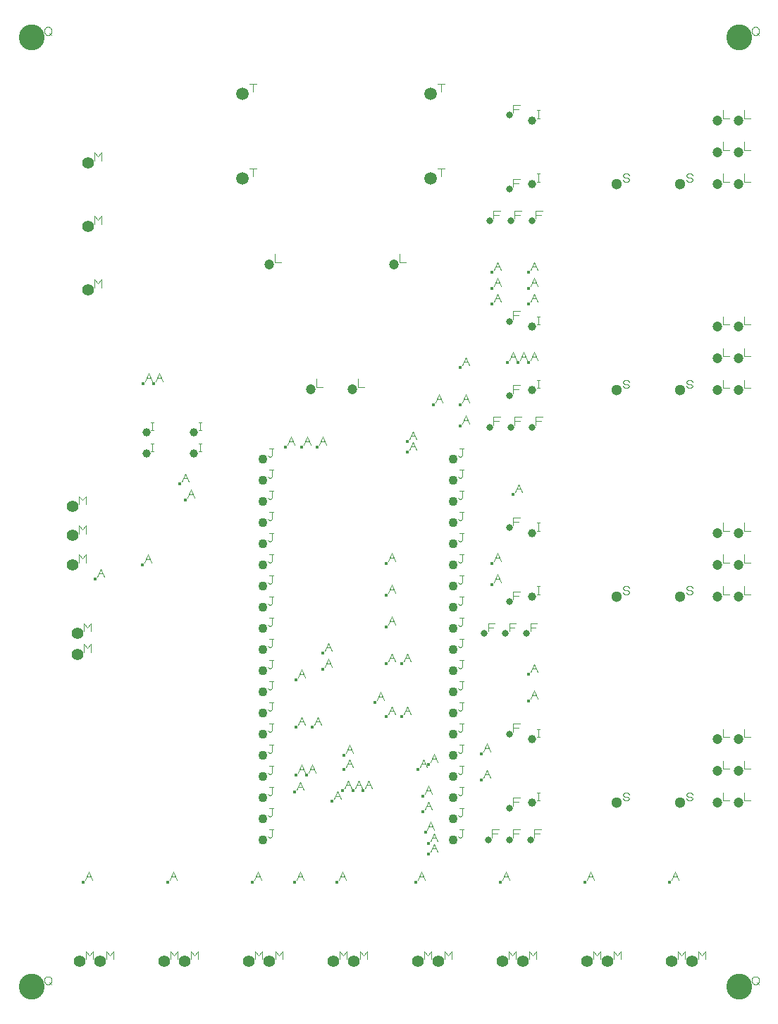
<source format=gbr>
G04 GENERATED BY PULSONIX 12.5 GERBER.DLL 9449*
G04 #@! TF.GenerationSoftware,Pulsonix,Pulsonix,12.5.9449*
G04 #@! TF.CreationDate,2025-07-29T07:21:01--1:00*
G04 #@! TF.Part,Single*
%FSLAX35Y35*%
%LPD*%
%MOMM*%
G04 #@! TF.FileFunction,Drillmap*
G04 #@! TF.FilePolarity,Positive*
G04 #@! TA.AperFunction,ComponentPad*
%ADD96C,1.20000*%
G04 #@! TA.AperFunction,ViaPad*
%ADD113C,0.40000*%
G04 #@! TD.AperFunction*
%ADD114C,0.10000*%
G04 #@! TA.AperFunction,WasherPad*
%ADD115C,3.10000*%
G04 #@! TA.AperFunction,ComponentPad*
%ADD116C,1.40000*%
%ADD117C,1.00000*%
%ADD118C,1.30000*%
%ADD119C,0.81280*%
%ADD120C,1.10000*%
%ADD121C,1.50000*%
G04 #@! TD.AperFunction*
X0Y0D02*
D02*
D96*
X6619500Y12187500D03*
X7119500Y10687500D03*
X7619500D03*
X8119500Y12187500D03*
X12005000Y5722500D03*
Y6103500D03*
Y6484500D03*
Y8199000D03*
Y8580000D03*
Y8961000D03*
Y10675500D03*
Y11056500D03*
Y11437500D03*
Y13152000D03*
Y13533000D03*
Y13914000D03*
X12259000Y5722500D03*
Y6103500D03*
Y6484500D03*
Y8199000D03*
Y8580000D03*
Y8961000D03*
Y10675500D03*
Y11056500D03*
Y11437500D03*
Y13152000D03*
Y13533000D03*
Y13914000D03*
D02*
D113*
X4385000Y4770000D03*
X4533500Y8407000D03*
X5099375Y8580000D03*
X5105000Y10756500D03*
X5232000D03*
X5401000Y4770000D03*
X5549500Y9550000D03*
X5613000Y9359500D03*
X6417000Y4770000D03*
X6819500Y9994500D03*
X6925000Y4770000D03*
Y5849500D03*
X6946500Y6057500D03*
Y6629000D03*
Y7200500D03*
X7010000Y9994500D03*
X7073500Y6057500D03*
X7137000Y6629000D03*
X7200500Y9994500D03*
X7264000Y7327500D03*
Y7518000D03*
X7373500Y5738375D03*
X7433000Y4770000D03*
X7500500Y5867000D03*
X7518000Y6121000D03*
Y6294000D03*
X7627500Y5867000D03*
X7746500D03*
X7893375Y6929000D03*
X8026000Y6756000D03*
Y7391000D03*
Y7835500D03*
Y8216500D03*
Y8597500D03*
X8216500Y6756000D03*
Y7391000D03*
X8280000Y9931000D03*
Y10058000D03*
X8385500Y4770000D03*
X8407000Y6121000D03*
X8470500Y5613000D03*
Y5803500D03*
X8496625Y5373250D03*
X8534000Y5105000D03*
Y5232000D03*
Y6184500D03*
X8597500Y10502500D03*
X8915000Y10248500D03*
Y10502500D03*
Y10947000D03*
X9169000Y5994000D03*
Y6311500D03*
X9296000Y8343500D03*
Y8597500D03*
Y11709000D03*
Y11899500D03*
Y12090000D03*
X9401500Y4770000D03*
X9486500Y11010500D03*
X9550000Y9423000D03*
X9613500Y11010500D03*
X9740500Y6946500D03*
Y7264000D03*
Y11010500D03*
Y11709000D03*
Y11899500D03*
Y12090000D03*
X10417500Y4770000D03*
X11433500D03*
D02*
D114*
X3924250Y3571897D02*
X3924250Y3604838D01*
X3932485Y3621309D01*
X3940721Y3629544D01*
X3957191Y3637779D01*
X3973662D01*
X3990132Y3629544D01*
X3998368Y3621309D01*
X4006603Y3604838D01*
Y3571897D01*
X3998368Y3555426D01*
X3990132Y3547191D01*
X3973662Y3538956D01*
X3957191D01*
X3940721Y3547191D01*
X3932485Y3555426D01*
X3924250Y3571897D01*
X3981897Y3563662D02*
X4006603Y3538956D01*
X3924250Y14971897D02*
X3924250Y15004838D01*
X3932485Y15021309D01*
X3940721Y15029544D01*
X3957191Y15037779D01*
X3973662D01*
X3990132Y15029544D01*
X3998368Y15021309D01*
X4006603Y15004838D01*
Y14971897D01*
X3998368Y14955426D01*
X3990132Y14947191D01*
X3973662Y14938956D01*
X3957191D01*
X3940721Y14947191D01*
X3932485Y14955426D01*
X3924250Y14971897D01*
X3981897Y14963662D02*
X4006603Y14938956D01*
X4333000Y8604706D02*
X4333000Y8703529D01*
X4374176Y8654118D01*
X4415353Y8703529D01*
Y8604706D01*
X4333000Y8954706D02*
X4333000Y9053529D01*
X4374176Y9004118D01*
X4415353Y9053529D01*
Y8954706D01*
X4333000Y9304706D02*
X4333000Y9403529D01*
X4374176Y9354118D01*
X4415353Y9403529D01*
Y9304706D01*
X4396500Y7529206D02*
X4396500Y7628029D01*
X4437676Y7578618D01*
X4478853Y7628029D01*
Y7529206D01*
X4396500Y7779206D02*
X4396500Y7878029D01*
X4437676Y7828618D01*
X4478853Y7878029D01*
Y7779206D01*
X4410000Y4794706D02*
X4451176Y4893529D01*
X4492353Y4794706D01*
X4426471Y4835882D02*
X4475882Y4835882D01*
X4418000Y3842206D02*
X4418000Y3941029D01*
X4459176Y3891618D01*
X4500353Y3941029D01*
Y3842206D01*
X4523500Y11906706D02*
X4523500Y12005529D01*
X4564676Y11956118D01*
X4605853Y12005529D01*
Y11906706D01*
X4523500Y12668706D02*
X4523500Y12767529D01*
X4564676Y12718118D01*
X4605853Y12767529D01*
Y12668706D01*
X4523500Y13430706D02*
X4523500Y13529529D01*
X4564676Y13480118D01*
X4605853Y13529529D01*
Y13430706D01*
X4558500Y8431706D02*
X4599676Y8530529D01*
X4640853Y8431706D01*
X4574971Y8472882D02*
X4624382Y8472882D01*
X4668000Y3842206D02*
X4668000Y3941029D01*
X4709176Y3891618D01*
X4750353Y3941029D01*
Y3842206D01*
X5124375Y8604706D02*
X5165551Y8703529D01*
X5206728Y8604706D01*
X5140846Y8645882D02*
X5190257Y8645882D01*
X5130000Y10781206D02*
X5171176Y10880029D01*
X5212353Y10781206D01*
X5146471Y10822382D02*
X5195882Y10822382D01*
X5202000Y9938206D02*
X5234941Y9938206D01*
X5218471D02*
X5218471Y10037029D01*
X5202000D02*
X5234941Y10037029D01*
X5202000Y10192206D02*
X5234941Y10192206D01*
X5218471D02*
X5218471Y10291029D01*
X5202000D02*
X5234941Y10291029D01*
X5257000Y10781206D02*
X5298176Y10880029D01*
X5339353Y10781206D01*
X5273471Y10822382D02*
X5322882Y10822382D01*
X5426000Y4794706D02*
X5467176Y4893529D01*
X5508353Y4794706D01*
X5442471Y4835882D02*
X5491882Y4835882D01*
X5434000Y3842206D02*
X5434000Y3941029D01*
X5475176Y3891618D01*
X5516353Y3941029D01*
Y3842206D01*
X5574500Y9574706D02*
X5615676Y9673529D01*
X5656853Y9574706D01*
X5590971Y9615882D02*
X5640382Y9615882D01*
X5638000Y9384206D02*
X5679176Y9483029D01*
X5720353Y9384206D01*
X5654471Y9425382D02*
X5703882Y9425382D01*
X5684000Y3842206D02*
X5684000Y3941029D01*
X5725176Y3891618D01*
X5766353Y3941029D01*
Y3842206D01*
X5773500Y9938206D02*
X5806441Y9938206D01*
X5789971D02*
X5789971Y10037029D01*
X5773500D02*
X5806441Y10037029D01*
X5773500Y10192206D02*
X5806441Y10192206D01*
X5789971D02*
X5789971Y10291029D01*
X5773500D02*
X5806441Y10291029D01*
X6424176Y13240206D02*
X6424176Y13339029D01*
X6383000D02*
X6465353Y13339029D01*
X6424176Y14256206D02*
X6424176Y14355029D01*
X6383000D02*
X6465353Y14355029D01*
X6442000Y4794706D02*
X6483176Y4893529D01*
X6524353Y4794706D01*
X6458471Y4835882D02*
X6507882Y4835882D01*
X6450000Y3842206D02*
X6450000Y3941029D01*
X6491176Y3891618D01*
X6532353Y3941029D01*
Y3842206D01*
X6604000Y5319176D02*
X6612235Y5310941D01*
X6628706Y5302706D01*
X6645176Y5310941D01*
X6653412Y5319176D01*
Y5401529D01*
X6669882D01*
X6653412D02*
X6620471Y5401529D01*
X6604000Y5573176D02*
X6612235Y5564941D01*
X6628706Y5556706D01*
X6645176Y5564941D01*
X6653412Y5573176D01*
Y5655529D01*
X6669882D01*
X6653412D02*
X6620471Y5655529D01*
X6604000Y5827176D02*
X6612235Y5818941D01*
X6628706Y5810706D01*
X6645176Y5818941D01*
X6653412Y5827176D01*
Y5909529D01*
X6669882D01*
X6653412D02*
X6620471Y5909529D01*
X6604000Y6081176D02*
X6612235Y6072941D01*
X6628706Y6064706D01*
X6645176Y6072941D01*
X6653412Y6081176D01*
Y6163529D01*
X6669882D01*
X6653412D02*
X6620471Y6163529D01*
X6604000Y6335176D02*
X6612235Y6326941D01*
X6628706Y6318706D01*
X6645176Y6326941D01*
X6653412Y6335176D01*
Y6417529D01*
X6669882D01*
X6653412D02*
X6620471Y6417529D01*
X6604000Y6589176D02*
X6612235Y6580941D01*
X6628706Y6572706D01*
X6645176Y6580941D01*
X6653412Y6589176D01*
Y6671529D01*
X6669882D01*
X6653412D02*
X6620471Y6671529D01*
X6604000Y6843176D02*
X6612235Y6834941D01*
X6628706Y6826706D01*
X6645176Y6834941D01*
X6653412Y6843176D01*
Y6925529D01*
X6669882D01*
X6653412D02*
X6620471Y6925529D01*
X6604000Y7097176D02*
X6612235Y7088941D01*
X6628706Y7080706D01*
X6645176Y7088941D01*
X6653412Y7097176D01*
Y7179529D01*
X6669882D01*
X6653412D02*
X6620471Y7179529D01*
X6604000Y7351176D02*
X6612235Y7342941D01*
X6628706Y7334706D01*
X6645176Y7342941D01*
X6653412Y7351176D01*
Y7433529D01*
X6669882D01*
X6653412D02*
X6620471Y7433529D01*
X6604000Y7605176D02*
X6612235Y7596941D01*
X6628706Y7588706D01*
X6645176Y7596941D01*
X6653412Y7605176D01*
Y7687529D01*
X6669882D01*
X6653412D02*
X6620471Y7687529D01*
X6604000Y7859176D02*
X6612235Y7850941D01*
X6628706Y7842706D01*
X6645176Y7850941D01*
X6653412Y7859176D01*
Y7941529D01*
X6669882D01*
X6653412D02*
X6620471Y7941529D01*
X6604000Y8113176D02*
X6612235Y8104941D01*
X6628706Y8096706D01*
X6645176Y8104941D01*
X6653412Y8113176D01*
Y8195529D01*
X6669882D01*
X6653412D02*
X6620471Y8195529D01*
X6604000Y8367176D02*
X6612235Y8358941D01*
X6628706Y8350706D01*
X6645176Y8358941D01*
X6653412Y8367176D01*
Y8449529D01*
X6669882D01*
X6653412D02*
X6620471Y8449529D01*
X6604000Y8621176D02*
X6612235Y8612941D01*
X6628706Y8604706D01*
X6645176Y8612941D01*
X6653412Y8621176D01*
Y8703529D01*
X6669882D01*
X6653412D02*
X6620471Y8703529D01*
X6604000Y8875176D02*
X6612235Y8866941D01*
X6628706Y8858706D01*
X6645176Y8866941D01*
X6653412Y8875176D01*
Y8957529D01*
X6669882D01*
X6653412D02*
X6620471Y8957529D01*
X6604000Y9129176D02*
X6612235Y9120941D01*
X6628706Y9112706D01*
X6645176Y9120941D01*
X6653412Y9129176D01*
Y9211529D01*
X6669882D01*
X6653412D02*
X6620471Y9211529D01*
X6604000Y9383176D02*
X6612235Y9374941D01*
X6628706Y9366706D01*
X6645176Y9374941D01*
X6653412Y9383176D01*
Y9465529D01*
X6669882D01*
X6653412D02*
X6620471Y9465529D01*
X6604000Y9637176D02*
X6612235Y9628941D01*
X6628706Y9620706D01*
X6645176Y9628941D01*
X6653412Y9637176D01*
Y9719529D01*
X6669882D01*
X6653412D02*
X6620471Y9719529D01*
X6604000Y9891176D02*
X6612235Y9882941D01*
X6628706Y9874706D01*
X6645176Y9882941D01*
X6653412Y9891176D01*
Y9973529D01*
X6669882D01*
X6653412D02*
X6620471Y9973529D01*
X6684500Y12311029D02*
X6684500Y12212206D01*
X6766853D01*
X6700000Y3842206D02*
X6700000Y3941029D01*
X6741176Y3891618D01*
X6782353Y3941029D01*
Y3842206D01*
X6844500Y10019206D02*
X6885676Y10118029D01*
X6926853Y10019206D01*
X6860971Y10060382D02*
X6910382Y10060382D01*
X6950000Y4794706D02*
X6991176Y4893529D01*
X7032353Y4794706D01*
X6966471Y4835882D02*
X7015882Y4835882D01*
X6950000Y5874206D02*
X6991176Y5973029D01*
X7032353Y5874206D01*
X6966471Y5915382D02*
X7015882Y5915382D01*
X6971500Y6082206D02*
X7012676Y6181029D01*
X7053853Y6082206D01*
X6987971Y6123382D02*
X7037382Y6123382D01*
X6971500Y6653706D02*
X7012676Y6752529D01*
X7053853Y6653706D01*
X6987971Y6694882D02*
X7037382Y6694882D01*
X6971500Y7225206D02*
X7012676Y7324029D01*
X7053853Y7225206D01*
X6987971Y7266382D02*
X7037382Y7266382D01*
X7035000Y10019206D02*
X7076176Y10118029D01*
X7117353Y10019206D01*
X7051471Y10060382D02*
X7100882Y10060382D01*
X7098500Y6082206D02*
X7139676Y6181029D01*
X7180853Y6082206D01*
X7114971Y6123382D02*
X7164382Y6123382D01*
X7162000Y6653706D02*
X7203176Y6752529D01*
X7244353Y6653706D01*
X7178471Y6694882D02*
X7227882Y6694882D01*
X7184500Y10811029D02*
X7184500Y10712206D01*
X7266853D01*
X7225500Y10019206D02*
X7266676Y10118029D01*
X7307853Y10019206D01*
X7241971Y10060382D02*
X7291382Y10060382D01*
X7289000Y7352206D02*
X7330176Y7451029D01*
X7371353Y7352206D01*
X7305471Y7393382D02*
X7354882Y7393382D01*
X7289000Y7542706D02*
X7330176Y7641529D01*
X7371353Y7542706D01*
X7305471Y7583882D02*
X7354882Y7583882D01*
X7398500Y5763081D02*
X7439676Y5861904D01*
X7480853Y5763081D01*
X7414971Y5804257D02*
X7464382Y5804257D01*
X7458000Y4794706D02*
X7499176Y4893529D01*
X7540353Y4794706D01*
X7474471Y4835882D02*
X7523882Y4835882D01*
X7466000Y3842206D02*
X7466000Y3941029D01*
X7507176Y3891618D01*
X7548353Y3941029D01*
Y3842206D01*
X7525500Y5891706D02*
X7566676Y5990529D01*
X7607853Y5891706D01*
X7541971Y5932882D02*
X7591382Y5932882D01*
X7543000Y6145706D02*
X7584176Y6244529D01*
X7625353Y6145706D01*
X7559471Y6186882D02*
X7608882Y6186882D01*
X7543000Y6318706D02*
X7584176Y6417529D01*
X7625353Y6318706D01*
X7559471Y6359882D02*
X7608882Y6359882D01*
X7652500Y5891706D02*
X7693676Y5990529D01*
X7734853Y5891706D01*
X7668971Y5932882D02*
X7718382Y5932882D01*
X7684500Y10811029D02*
X7684500Y10712206D01*
X7766853D01*
X7716000Y3842206D02*
X7716000Y3941029D01*
X7757176Y3891618D01*
X7798353Y3941029D01*
Y3842206D01*
X7771500Y5891706D02*
X7812676Y5990529D01*
X7853853Y5891706D01*
X7787971Y5932882D02*
X7837382Y5932882D01*
X7918375Y6953706D02*
X7959551Y7052529D01*
X8000728Y6953706D01*
X7934846Y6994882D02*
X7984257Y6994882D01*
X8051000Y6780706D02*
X8092176Y6879529D01*
X8133353Y6780706D01*
X8067471Y6821882D02*
X8116882Y6821882D01*
X8051000Y7415706D02*
X8092176Y7514529D01*
X8133353Y7415706D01*
X8067471Y7456882D02*
X8116882Y7456882D01*
X8051000Y7860206D02*
X8092176Y7959029D01*
X8133353Y7860206D01*
X8067471Y7901382D02*
X8116882Y7901382D01*
X8051000Y8241206D02*
X8092176Y8340029D01*
X8133353Y8241206D01*
X8067471Y8282382D02*
X8116882Y8282382D01*
X8051000Y8622206D02*
X8092176Y8721029D01*
X8133353Y8622206D01*
X8067471Y8663382D02*
X8116882Y8663382D01*
X8184500Y12311029D02*
X8184500Y12212206D01*
X8266853D01*
X8241500Y6780706D02*
X8282676Y6879529D01*
X8323853Y6780706D01*
X8257971Y6821882D02*
X8307382Y6821882D01*
X8241500Y7415706D02*
X8282676Y7514529D01*
X8323853Y7415706D01*
X8257971Y7456882D02*
X8307382Y7456882D01*
X8305000Y9955706D02*
X8346176Y10054529D01*
X8387353Y9955706D01*
X8321471Y9996882D02*
X8370882Y9996882D01*
X8305000Y10082706D02*
X8346176Y10181529D01*
X8387353Y10082706D01*
X8321471Y10123882D02*
X8370882Y10123882D01*
X8410500Y4794706D02*
X8451676Y4893529D01*
X8492853Y4794706D01*
X8426971Y4835882D02*
X8476382Y4835882D01*
X8432000Y6145706D02*
X8473176Y6244529D01*
X8514353Y6145706D01*
X8448471Y6186882D02*
X8497882Y6186882D01*
X8482000Y3842206D02*
X8482000Y3941029D01*
X8523176Y3891618D01*
X8564353Y3941029D01*
Y3842206D01*
X8495500Y5637706D02*
X8536676Y5736529D01*
X8577853Y5637706D01*
X8511971Y5678882D02*
X8561382Y5678882D01*
X8495500Y5828206D02*
X8536676Y5927029D01*
X8577853Y5828206D01*
X8511971Y5869382D02*
X8561382Y5869382D01*
X8521625Y5397956D02*
X8562801Y5496779D01*
X8603978Y5397956D01*
X8538096Y5439132D02*
X8587507Y5439132D01*
X8559000Y5129706D02*
X8600176Y5228529D01*
X8641353Y5129706D01*
X8575471Y5170882D02*
X8624882Y5170882D01*
X8559000Y5256706D02*
X8600176Y5355529D01*
X8641353Y5256706D01*
X8575471Y5297882D02*
X8624882Y5297882D01*
X8559000Y6209206D02*
X8600176Y6308029D01*
X8641353Y6209206D01*
X8575471Y6250382D02*
X8624882Y6250382D01*
X8622500Y10527206D02*
X8663676Y10626029D01*
X8704853Y10527206D01*
X8638971Y10568382D02*
X8688382Y10568382D01*
X8684176Y13240206D02*
X8684176Y13339029D01*
X8643000D02*
X8725353Y13339029D01*
X8684176Y14256206D02*
X8684176Y14355029D01*
X8643000D02*
X8725353Y14355029D01*
X8732000Y3842206D02*
X8732000Y3941029D01*
X8773176Y3891618D01*
X8814353Y3941029D01*
Y3842206D01*
X8890000Y5319176D02*
X8898235Y5310941D01*
X8914706Y5302706D01*
X8931176Y5310941D01*
X8939412Y5319176D01*
Y5401529D01*
X8955882D01*
X8939412D02*
X8906471Y5401529D01*
X8890000Y5573176D02*
X8898235Y5564941D01*
X8914706Y5556706D01*
X8931176Y5564941D01*
X8939412Y5573176D01*
Y5655529D01*
X8955882D01*
X8939412D02*
X8906471Y5655529D01*
X8890000Y5827176D02*
X8898235Y5818941D01*
X8914706Y5810706D01*
X8931176Y5818941D01*
X8939412Y5827176D01*
Y5909529D01*
X8955882D01*
X8939412D02*
X8906471Y5909529D01*
X8890000Y6081176D02*
X8898235Y6072941D01*
X8914706Y6064706D01*
X8931176Y6072941D01*
X8939412Y6081176D01*
Y6163529D01*
X8955882D01*
X8939412D02*
X8906471Y6163529D01*
X8890000Y6335176D02*
X8898235Y6326941D01*
X8914706Y6318706D01*
X8931176Y6326941D01*
X8939412Y6335176D01*
Y6417529D01*
X8955882D01*
X8939412D02*
X8906471Y6417529D01*
X8890000Y6589176D02*
X8898235Y6580941D01*
X8914706Y6572706D01*
X8931176Y6580941D01*
X8939412Y6589176D01*
Y6671529D01*
X8955882D01*
X8939412D02*
X8906471Y6671529D01*
X8890000Y6843176D02*
X8898235Y6834941D01*
X8914706Y6826706D01*
X8931176Y6834941D01*
X8939412Y6843176D01*
Y6925529D01*
X8955882D01*
X8939412D02*
X8906471Y6925529D01*
X8890000Y7097176D02*
X8898235Y7088941D01*
X8914706Y7080706D01*
X8931176Y7088941D01*
X8939412Y7097176D01*
Y7179529D01*
X8955882D01*
X8939412D02*
X8906471Y7179529D01*
X8890000Y7351176D02*
X8898235Y7342941D01*
X8914706Y7334706D01*
X8931176Y7342941D01*
X8939412Y7351176D01*
Y7433529D01*
X8955882D01*
X8939412D02*
X8906471Y7433529D01*
X8890000Y7605176D02*
X8898235Y7596941D01*
X8914706Y7588706D01*
X8931176Y7596941D01*
X8939412Y7605176D01*
Y7687529D01*
X8955882D01*
X8939412D02*
X8906471Y7687529D01*
X8890000Y7859176D02*
X8898235Y7850941D01*
X8914706Y7842706D01*
X8931176Y7850941D01*
X8939412Y7859176D01*
Y7941529D01*
X8955882D01*
X8939412D02*
X8906471Y7941529D01*
X8890000Y8113176D02*
X8898235Y8104941D01*
X8914706Y8096706D01*
X8931176Y8104941D01*
X8939412Y8113176D01*
Y8195529D01*
X8955882D01*
X8939412D02*
X8906471Y8195529D01*
X8890000Y8367176D02*
X8898235Y8358941D01*
X8914706Y8350706D01*
X8931176Y8358941D01*
X8939412Y8367176D01*
Y8449529D01*
X8955882D01*
X8939412D02*
X8906471Y8449529D01*
X8890000Y8621176D02*
X8898235Y8612941D01*
X8914706Y8604706D01*
X8931176Y8612941D01*
X8939412Y8621176D01*
Y8703529D01*
X8955882D01*
X8939412D02*
X8906471Y8703529D01*
X8890000Y8875176D02*
X8898235Y8866941D01*
X8914706Y8858706D01*
X8931176Y8866941D01*
X8939412Y8875176D01*
Y8957529D01*
X8955882D01*
X8939412D02*
X8906471Y8957529D01*
X8890000Y9129176D02*
X8898235Y9120941D01*
X8914706Y9112706D01*
X8931176Y9120941D01*
X8939412Y9129176D01*
Y9211529D01*
X8955882D01*
X8939412D02*
X8906471Y9211529D01*
X8890000Y9383176D02*
X8898235Y9374941D01*
X8914706Y9366706D01*
X8931176Y9374941D01*
X8939412Y9383176D01*
Y9465529D01*
X8955882D01*
X8939412D02*
X8906471Y9465529D01*
X8890000Y9637176D02*
X8898235Y9628941D01*
X8914706Y9620706D01*
X8931176Y9628941D01*
X8939412Y9637176D01*
Y9719529D01*
X8955882D01*
X8939412D02*
X8906471Y9719529D01*
X8890000Y9891176D02*
X8898235Y9882941D01*
X8914706Y9874706D01*
X8931176Y9882941D01*
X8939412Y9891176D01*
Y9973529D01*
X8955882D01*
X8939412D02*
X8906471Y9973529D01*
X8940000Y10273206D02*
X8981176Y10372029D01*
X9022353Y10273206D01*
X8956471Y10314382D02*
X9005882Y10314382D01*
X8940000Y10527206D02*
X8981176Y10626029D01*
X9022353Y10527206D01*
X8956471Y10568382D02*
X9005882Y10568382D01*
X8940000Y10971706D02*
X8981176Y11070529D01*
X9022353Y10971706D01*
X8956471Y11012882D02*
X9005882Y11012882D01*
X9194000Y6018706D02*
X9235176Y6117529D01*
X9276353Y6018706D01*
X9210471Y6059882D02*
X9259882Y6059882D01*
X9194000Y6336206D02*
X9235176Y6435029D01*
X9276353Y6336206D01*
X9210471Y6377382D02*
X9259882Y6377382D01*
X9251015Y7779206D02*
X9251015Y7878029D01*
X9333368D01*
X9316897Y7828618D02*
X9251015Y7828618D01*
X9298640Y5302706D02*
X9298640Y5401529D01*
X9380993D01*
X9364522Y5352118D02*
X9298640Y5352118D01*
X9314515Y10255706D02*
X9314515Y10354529D01*
X9396868D01*
X9380397Y10305118D02*
X9314515Y10305118D01*
Y12732206D02*
X9314515Y12831029D01*
X9396868D01*
X9380397Y12781618D02*
X9314515Y12781618D01*
X9321000Y8368206D02*
X9362176Y8467029D01*
X9403353Y8368206D01*
X9337471Y8409382D02*
X9386882Y8409382D01*
X9321000Y8622206D02*
X9362176Y8721029D01*
X9403353Y8622206D01*
X9337471Y8663382D02*
X9386882Y8663382D01*
X9321000Y11733706D02*
X9362176Y11832529D01*
X9403353Y11733706D01*
X9337471Y11774882D02*
X9386882Y11774882D01*
X9321000Y11924206D02*
X9362176Y12023029D01*
X9403353Y11924206D01*
X9337471Y11965382D02*
X9386882Y11965382D01*
X9321000Y12114706D02*
X9362176Y12213529D01*
X9403353Y12114706D01*
X9337471Y12155882D02*
X9386882Y12155882D01*
X9426500Y4794706D02*
X9467676Y4893529D01*
X9508853Y4794706D01*
X9442971Y4835882D02*
X9492382Y4835882D01*
X9498000Y3842206D02*
X9498000Y3941029D01*
X9539176Y3891618D01*
X9580353Y3941029D01*
Y3842206D01*
X9505015Y7779206D02*
X9505015Y7878029D01*
X9587368D01*
X9570897Y7828618D02*
X9505015Y7828618D01*
X9511500Y11035206D02*
X9552676Y11134029D01*
X9593853Y11035206D01*
X9527971Y11076382D02*
X9577382Y11076382D01*
X9552640Y5302706D02*
X9552640Y5401529D01*
X9634993D01*
X9618522Y5352118D02*
X9552640Y5352118D01*
Y5683706D02*
X9552640Y5782529D01*
X9634993D01*
X9618522Y5733118D02*
X9552640Y5733118D01*
Y6572706D02*
X9552640Y6671529D01*
X9634993D01*
X9618522Y6622118D02*
X9552640Y6622118D01*
Y8160206D02*
X9552640Y8259029D01*
X9634993D01*
X9618522Y8209618D02*
X9552640Y8209618D01*
Y9049206D02*
X9552640Y9148029D01*
X9634993D01*
X9618522Y9098618D02*
X9552640Y9098618D01*
Y10636706D02*
X9552640Y10735529D01*
X9634993D01*
X9618522Y10686118D02*
X9552640Y10686118D01*
Y11525706D02*
X9552640Y11624529D01*
X9634993D01*
X9618522Y11575118D02*
X9552640Y11575118D01*
Y13113206D02*
X9552640Y13212029D01*
X9634993D01*
X9618522Y13162618D02*
X9552640Y13162618D01*
Y14002206D02*
X9552640Y14101029D01*
X9634993D01*
X9618522Y14051618D02*
X9552640Y14051618D01*
X9568515Y10255706D02*
X9568515Y10354529D01*
X9650868D01*
X9634397Y10305118D02*
X9568515Y10305118D01*
Y12732206D02*
X9568515Y12831029D01*
X9650868D01*
X9634397Y12781618D02*
X9568515Y12781618D01*
X9575000Y9447706D02*
X9616176Y9546529D01*
X9657353Y9447706D01*
X9591471Y9488882D02*
X9640882Y9488882D01*
X9638500Y11035206D02*
X9679676Y11134029D01*
X9720853Y11035206D01*
X9654971Y11076382D02*
X9704382Y11076382D01*
X9748000Y3842206D02*
X9748000Y3941029D01*
X9789176Y3891618D01*
X9830353Y3941029D01*
Y3842206D01*
X9759015Y7779206D02*
X9759015Y7878029D01*
X9841368D01*
X9824897Y7828618D02*
X9759015Y7828618D01*
X9765500Y6971206D02*
X9806676Y7070029D01*
X9847853Y6971206D01*
X9781971Y7012382D02*
X9831382Y7012382D01*
X9765500Y7288706D02*
X9806676Y7387529D01*
X9847853Y7288706D01*
X9781971Y7329882D02*
X9831382Y7329882D01*
X9765500Y11035206D02*
X9806676Y11134029D01*
X9847853Y11035206D01*
X9781971Y11076382D02*
X9831382Y11076382D01*
X9765500Y11733706D02*
X9806676Y11832529D01*
X9847853Y11733706D01*
X9781971Y11774882D02*
X9831382Y11774882D01*
X9765500Y11924206D02*
X9806676Y12023029D01*
X9847853Y11924206D01*
X9781971Y11965382D02*
X9831382Y11965382D01*
X9765500Y12114706D02*
X9806676Y12213529D01*
X9847853Y12114706D01*
X9781971Y12155882D02*
X9831382Y12155882D01*
X9806640Y5302706D02*
X9806640Y5401529D01*
X9888993D01*
X9872522Y5352118D02*
X9806640Y5352118D01*
X9822515Y10255706D02*
X9822515Y10354529D01*
X9904868D01*
X9888397Y10305118D02*
X9822515Y10305118D01*
Y12732206D02*
X9822515Y12831029D01*
X9904868D01*
X9888397Y12781618D02*
X9822515Y12781618D01*
X9837500Y5747206D02*
X9870441Y5747206D01*
X9853971D02*
X9853971Y5846029D01*
X9837500D02*
X9870441Y5846029D01*
X9837500Y6509206D02*
X9870441Y6509206D01*
X9853971D02*
X9853971Y6608029D01*
X9837500D02*
X9870441Y6608029D01*
X9837500Y8223706D02*
X9870441Y8223706D01*
X9853971D02*
X9853971Y8322529D01*
X9837500D02*
X9870441Y8322529D01*
X9837500Y8985706D02*
X9870441Y8985706D01*
X9853971D02*
X9853971Y9084529D01*
X9837500D02*
X9870441Y9084529D01*
X9837500Y10700206D02*
X9870441Y10700206D01*
X9853971D02*
X9853971Y10799029D01*
X9837500D02*
X9870441Y10799029D01*
X9837500Y11462206D02*
X9870441Y11462206D01*
X9853971D02*
X9853971Y11561029D01*
X9837500D02*
X9870441Y11561029D01*
X9837500Y13176706D02*
X9870441Y13176706D01*
X9853971D02*
X9853971Y13275529D01*
X9837500D02*
X9870441Y13275529D01*
X9837500Y13938706D02*
X9870441Y13938706D01*
X9853971D02*
X9853971Y14037529D01*
X9837500D02*
X9870441Y14037529D01*
X10442500Y4794706D02*
X10483676Y4893529D01*
X10524853Y4794706D01*
X10458971Y4835882D02*
X10508382Y4835882D01*
X10514000Y3842206D02*
X10514000Y3941029D01*
X10555176Y3891618D01*
X10596353Y3941029D01*
Y3842206D01*
X10764000D02*
X10764000Y3941029D01*
X10805176Y3891618D01*
X10846353Y3941029D01*
Y3842206D01*
X10868500Y5771912D02*
X10876735Y5755441D01*
X10893206Y5747206D01*
X10926147D01*
X10942618Y5755441D01*
X10950853Y5771912D01*
X10942618Y5788382D01*
X10926147Y5796618D01*
X10893206D01*
X10876735Y5804853D01*
X10868500Y5821324D01*
X10876735Y5837794D01*
X10893206Y5846029D01*
X10926147D01*
X10942618Y5837794D01*
X10950853Y5821324D01*
X10868500Y8248412D02*
X10876735Y8231941D01*
X10893206Y8223706D01*
X10926147D01*
X10942618Y8231941D01*
X10950853Y8248412D01*
X10942618Y8264882D01*
X10926147Y8273118D01*
X10893206D01*
X10876735Y8281353D01*
X10868500Y8297824D01*
X10876735Y8314294D01*
X10893206Y8322529D01*
X10926147D01*
X10942618Y8314294D01*
X10950853Y8297824D01*
X10868500Y10724912D02*
X10876735Y10708441D01*
X10893206Y10700206D01*
X10926147D01*
X10942618Y10708441D01*
X10950853Y10724912D01*
X10942618Y10741382D01*
X10926147Y10749618D01*
X10893206D01*
X10876735Y10757853D01*
X10868500Y10774324D01*
X10876735Y10790794D01*
X10893206Y10799029D01*
X10926147D01*
X10942618Y10790794D01*
X10950853Y10774324D01*
X10868500Y13201412D02*
X10876735Y13184941D01*
X10893206Y13176706D01*
X10926147D01*
X10942618Y13184941D01*
X10950853Y13201412D01*
X10942618Y13217882D01*
X10926147Y13226118D01*
X10893206D01*
X10876735Y13234353D01*
X10868500Y13250824D01*
X10876735Y13267294D01*
X10893206Y13275529D01*
X10926147D01*
X10942618Y13267294D01*
X10950853Y13250824D01*
X11458500Y4794706D02*
X11499676Y4893529D01*
X11540853Y4794706D01*
X11474971Y4835882D02*
X11524382Y4835882D01*
X11530000Y3842206D02*
X11530000Y3941029D01*
X11571176Y3891618D01*
X11612353Y3941029D01*
Y3842206D01*
X11630500Y5771912D02*
X11638735Y5755441D01*
X11655206Y5747206D01*
X11688147D01*
X11704618Y5755441D01*
X11712853Y5771912D01*
X11704618Y5788382D01*
X11688147Y5796618D01*
X11655206D01*
X11638735Y5804853D01*
X11630500Y5821324D01*
X11638735Y5837794D01*
X11655206Y5846029D01*
X11688147D01*
X11704618Y5837794D01*
X11712853Y5821324D01*
X11630500Y8248412D02*
X11638735Y8231941D01*
X11655206Y8223706D01*
X11688147D01*
X11704618Y8231941D01*
X11712853Y8248412D01*
X11704618Y8264882D01*
X11688147Y8273118D01*
X11655206D01*
X11638735Y8281353D01*
X11630500Y8297824D01*
X11638735Y8314294D01*
X11655206Y8322529D01*
X11688147D01*
X11704618Y8314294D01*
X11712853Y8297824D01*
X11630500Y10724912D02*
X11638735Y10708441D01*
X11655206Y10700206D01*
X11688147D01*
X11704618Y10708441D01*
X11712853Y10724912D01*
X11704618Y10741382D01*
X11688147Y10749618D01*
X11655206D01*
X11638735Y10757853D01*
X11630500Y10774324D01*
X11638735Y10790794D01*
X11655206Y10799029D01*
X11688147D01*
X11704618Y10790794D01*
X11712853Y10774324D01*
X11630500Y13201412D02*
X11638735Y13184941D01*
X11655206Y13176706D01*
X11688147D01*
X11704618Y13184941D01*
X11712853Y13201412D01*
X11704618Y13217882D01*
X11688147Y13226118D01*
X11655206D01*
X11638735Y13234353D01*
X11630500Y13250824D01*
X11638735Y13267294D01*
X11655206Y13275529D01*
X11688147D01*
X11704618Y13267294D01*
X11712853Y13250824D01*
X11780000Y3842206D02*
X11780000Y3941029D01*
X11821176Y3891618D01*
X11862353Y3941029D01*
Y3842206D01*
X12070000Y5846029D02*
X12070000Y5747206D01*
X12152353D01*
X12070000Y6227029D02*
X12070000Y6128206D01*
X12152353D01*
X12070000Y6608029D02*
X12070000Y6509206D01*
X12152353D01*
X12070000Y8322529D02*
X12070000Y8223706D01*
X12152353D01*
X12070000Y8703529D02*
X12070000Y8604706D01*
X12152353D01*
X12070000Y9084529D02*
X12070000Y8985706D01*
X12152353D01*
X12070000Y10799029D02*
X12070000Y10700206D01*
X12152353D01*
X12070000Y11180029D02*
X12070000Y11081206D01*
X12152353D01*
X12070000Y11561029D02*
X12070000Y11462206D01*
X12152353D01*
X12070000Y13275529D02*
X12070000Y13176706D01*
X12152353D01*
X12070000Y13656529D02*
X12070000Y13557706D01*
X12152353D01*
X12070000Y14037529D02*
X12070000Y13938706D01*
X12152353D01*
X12324000Y5846029D02*
X12324000Y5747206D01*
X12406353D01*
X12324000Y6227029D02*
X12324000Y6128206D01*
X12406353D01*
X12324000Y6608029D02*
X12324000Y6509206D01*
X12406353D01*
X12324000Y8322529D02*
X12324000Y8223706D01*
X12406353D01*
X12324000Y8703529D02*
X12324000Y8604706D01*
X12406353D01*
X12324000Y9084529D02*
X12324000Y8985706D01*
X12406353D01*
X12324000Y10799029D02*
X12324000Y10700206D01*
X12406353D01*
X12324000Y11180029D02*
X12324000Y11081206D01*
X12406353D01*
X12324000Y11561029D02*
X12324000Y11462206D01*
X12406353D01*
X12324000Y13275529D02*
X12324000Y13176706D01*
X12406353D01*
X12324000Y13656529D02*
X12324000Y13557706D01*
X12406353D01*
X12324000Y14037529D02*
X12324000Y13938706D01*
X12406353D01*
X12424250Y3571897D02*
X12424250Y3604838D01*
X12432485Y3621309D01*
X12440721Y3629544D01*
X12457191Y3637779D01*
X12473662D01*
X12490132Y3629544D01*
X12498368Y3621309D01*
X12506603Y3604838D01*
Y3571897D01*
X12498368Y3555426D01*
X12490132Y3547191D01*
X12473662Y3538956D01*
X12457191D01*
X12440721Y3547191D01*
X12432485Y3555426D01*
X12424250Y3571897D01*
X12481897Y3563662D02*
X12506603Y3538956D01*
X12424250Y14971897D02*
X12424250Y15004838D01*
X12432485Y15021309D01*
X12440721Y15029544D01*
X12457191Y15037779D01*
X12473662D01*
X12490132Y15029544D01*
X12498368Y15021309D01*
X12506603Y15004838D01*
Y14971897D01*
X12498368Y14955426D01*
X12490132Y14947191D01*
X12473662Y14938956D01*
X12457191D01*
X12440721Y14947191D01*
X12432485Y14955426D01*
X12424250Y14971897D01*
X12481897Y14963662D02*
X12506603Y14938956D01*
D02*
D115*
X3764250Y3514250D03*
Y14914250D03*
X12264250Y3514250D03*
Y14914250D03*
D02*
D116*
X4258000Y8580000D03*
Y8930000D03*
Y9280000D03*
X4321500Y7504500D03*
Y7754500D03*
X4343000Y3817500D03*
X4448500Y11882000D03*
Y12644000D03*
Y13406000D03*
X4593000Y3817500D03*
X5359000D03*
X5609000D03*
X6375000D03*
X6625000D03*
X7391000D03*
X7641000D03*
X8407000D03*
X8657000D03*
X9423000D03*
X9673000D03*
X10439000D03*
X10689000D03*
X11455000D03*
X11705000D03*
D02*
D117*
X5147000Y9913500D03*
Y10167500D03*
X5718500Y9913500D03*
Y10167500D03*
X9782500Y5722500D03*
Y6484500D03*
Y8199000D03*
Y8961000D03*
Y10675500D03*
Y11437500D03*
Y13152000D03*
Y13914000D03*
D02*
D118*
X10798500Y5722500D03*
Y8199000D03*
Y10675500D03*
Y13152000D03*
X11560500Y5722500D03*
Y8199000D03*
Y10675500D03*
Y13152000D03*
D02*
D119*
X9205375Y7754500D03*
X9253000Y5278000D03*
X9268875Y10231000D03*
Y12707500D03*
X9459375Y7754500D03*
X9507000Y5278000D03*
Y5659000D03*
Y6548000D03*
Y8135500D03*
Y9024500D03*
Y10612000D03*
Y11501000D03*
Y13088500D03*
Y13977500D03*
X9522875Y10231000D03*
Y12707500D03*
X9713375Y7754500D03*
X9761000Y5278000D03*
X9776875Y10231000D03*
Y12707500D03*
D02*
D120*
X6544000Y5278000D03*
Y5532000D03*
Y5786000D03*
Y6040000D03*
Y6294000D03*
Y6548000D03*
Y6802000D03*
Y7056000D03*
Y7310000D03*
Y7564000D03*
Y7818000D03*
Y8072000D03*
Y8326000D03*
Y8580000D03*
Y8834000D03*
Y9088000D03*
Y9342000D03*
Y9596000D03*
Y9850000D03*
X8830000Y5278000D03*
Y5532000D03*
Y5786000D03*
Y6040000D03*
Y6294000D03*
Y6548000D03*
Y6802000D03*
Y7056000D03*
Y7310000D03*
Y7564000D03*
Y7818000D03*
Y8072000D03*
Y8326000D03*
Y8580000D03*
Y8834000D03*
Y9088000D03*
Y9342000D03*
Y9596000D03*
Y9850000D03*
D02*
D121*
X6303000Y13215500D03*
Y14231500D03*
X8563000Y13215500D03*
Y14231500D03*
X0Y0D02*
M02*

</source>
